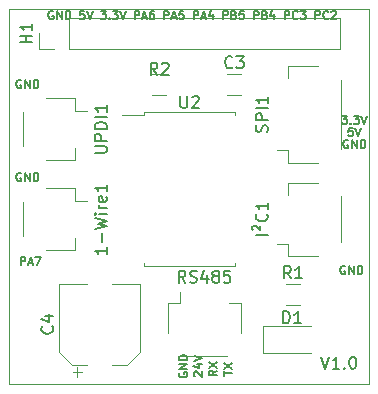
<source format=gbr>
G04 #@! TF.GenerationSoftware,KiCad,Pcbnew,(5.1.5)-3*
G04 #@! TF.CreationDate,2020-04-20T18:44:57+02:00*
G04 #@! TF.ProjectId,RS485-Modbus-Tiny-Sensor-Module,52533438-352d-44d6-9f64-6275732d5469,rev?*
G04 #@! TF.SameCoordinates,Original*
G04 #@! TF.FileFunction,Legend,Top*
G04 #@! TF.FilePolarity,Positive*
%FSLAX46Y46*%
G04 Gerber Fmt 4.6, Leading zero omitted, Abs format (unit mm)*
G04 Created by KiCad (PCBNEW (5.1.5)-3) date 2020-04-20 18:44:57*
%MOMM*%
%LPD*%
G04 APERTURE LIST*
%ADD10C,0.150000*%
%ADD11C,0.050000*%
%ADD12C,0.120000*%
G04 APERTURE END LIST*
D10*
X209296190Y-113244380D02*
X209629523Y-114244380D01*
X209962857Y-113244380D01*
X210820000Y-114244380D02*
X210248571Y-114244380D01*
X210534285Y-114244380D02*
X210534285Y-113244380D01*
X210439047Y-113387238D01*
X210343809Y-113482476D01*
X210248571Y-113530095D01*
X211248571Y-114149142D02*
X211296190Y-114196761D01*
X211248571Y-114244380D01*
X211200952Y-114196761D01*
X211248571Y-114149142D01*
X211248571Y-114244380D01*
X211915238Y-113244380D02*
X212010476Y-113244380D01*
X212105714Y-113292000D01*
X212153333Y-113339619D01*
X212200952Y-113434857D01*
X212248571Y-113625333D01*
X212248571Y-113863428D01*
X212200952Y-114053904D01*
X212153333Y-114149142D01*
X212105714Y-114196761D01*
X212010476Y-114244380D01*
X211915238Y-114244380D01*
X211820000Y-114196761D01*
X211772380Y-114149142D01*
X211724761Y-114053904D01*
X211677142Y-113863428D01*
X211677142Y-113625333D01*
X211724761Y-113434857D01*
X211772380Y-113339619D01*
X211820000Y-113292000D01*
X211915238Y-113244380D01*
X183841333Y-105472666D02*
X183841333Y-104772666D01*
X184108000Y-104772666D01*
X184174666Y-104806000D01*
X184208000Y-104839333D01*
X184241333Y-104906000D01*
X184241333Y-105006000D01*
X184208000Y-105072666D01*
X184174666Y-105106000D01*
X184108000Y-105139333D01*
X183841333Y-105139333D01*
X184508000Y-105272666D02*
X184841333Y-105272666D01*
X184441333Y-105472666D02*
X184674666Y-104772666D01*
X184908000Y-105472666D01*
X185074666Y-104772666D02*
X185541333Y-104772666D01*
X185241333Y-105472666D01*
X211056666Y-92834666D02*
X211490000Y-92834666D01*
X211256666Y-93101333D01*
X211356666Y-93101333D01*
X211423333Y-93134666D01*
X211456666Y-93168000D01*
X211490000Y-93234666D01*
X211490000Y-93401333D01*
X211456666Y-93468000D01*
X211423333Y-93501333D01*
X211356666Y-93534666D01*
X211156666Y-93534666D01*
X211090000Y-93501333D01*
X211056666Y-93468000D01*
X211790000Y-93468000D02*
X211823333Y-93501333D01*
X211790000Y-93534666D01*
X211756666Y-93501333D01*
X211790000Y-93468000D01*
X211790000Y-93534666D01*
X212056666Y-92834666D02*
X212490000Y-92834666D01*
X212256666Y-93101333D01*
X212356666Y-93101333D01*
X212423333Y-93134666D01*
X212456666Y-93168000D01*
X212490000Y-93234666D01*
X212490000Y-93401333D01*
X212456666Y-93468000D01*
X212423333Y-93501333D01*
X212356666Y-93534666D01*
X212156666Y-93534666D01*
X212090000Y-93501333D01*
X212056666Y-93468000D01*
X212690000Y-92834666D02*
X212923333Y-93534666D01*
X213156666Y-92834666D01*
X211956666Y-93850666D02*
X211623333Y-93850666D01*
X211590000Y-94184000D01*
X211623333Y-94150666D01*
X211690000Y-94117333D01*
X211856666Y-94117333D01*
X211923333Y-94150666D01*
X211956666Y-94184000D01*
X211990000Y-94250666D01*
X211990000Y-94417333D01*
X211956666Y-94484000D01*
X211923333Y-94517333D01*
X211856666Y-94550666D01*
X211690000Y-94550666D01*
X211623333Y-94517333D01*
X211590000Y-94484000D01*
X212190000Y-93850666D02*
X212423333Y-94550666D01*
X212656666Y-93850666D01*
X211556666Y-94900000D02*
X211490000Y-94866666D01*
X211390000Y-94866666D01*
X211290000Y-94900000D01*
X211223333Y-94966666D01*
X211190000Y-95033333D01*
X211156666Y-95166666D01*
X211156666Y-95266666D01*
X211190000Y-95400000D01*
X211223333Y-95466666D01*
X211290000Y-95533333D01*
X211390000Y-95566666D01*
X211456666Y-95566666D01*
X211556666Y-95533333D01*
X211590000Y-95500000D01*
X211590000Y-95266666D01*
X211456666Y-95266666D01*
X211890000Y-95566666D02*
X211890000Y-94866666D01*
X212290000Y-95566666D01*
X212290000Y-94866666D01*
X212623333Y-95566666D02*
X212623333Y-94866666D01*
X212790000Y-94866666D01*
X212890000Y-94900000D01*
X212956666Y-94966666D01*
X212990000Y-95033333D01*
X213023333Y-95166666D01*
X213023333Y-95266666D01*
X212990000Y-95400000D01*
X212956666Y-95466666D01*
X212890000Y-95533333D01*
X212790000Y-95566666D01*
X212623333Y-95566666D01*
X183870666Y-89820000D02*
X183804000Y-89786666D01*
X183704000Y-89786666D01*
X183604000Y-89820000D01*
X183537333Y-89886666D01*
X183504000Y-89953333D01*
X183470666Y-90086666D01*
X183470666Y-90186666D01*
X183504000Y-90320000D01*
X183537333Y-90386666D01*
X183604000Y-90453333D01*
X183704000Y-90486666D01*
X183770666Y-90486666D01*
X183870666Y-90453333D01*
X183904000Y-90420000D01*
X183904000Y-90186666D01*
X183770666Y-90186666D01*
X184204000Y-90486666D02*
X184204000Y-89786666D01*
X184604000Y-90486666D01*
X184604000Y-89786666D01*
X184937333Y-90486666D02*
X184937333Y-89786666D01*
X185104000Y-89786666D01*
X185204000Y-89820000D01*
X185270666Y-89886666D01*
X185304000Y-89953333D01*
X185337333Y-90086666D01*
X185337333Y-90186666D01*
X185304000Y-90320000D01*
X185270666Y-90386666D01*
X185204000Y-90453333D01*
X185104000Y-90486666D01*
X184937333Y-90486666D01*
X211302666Y-105568000D02*
X211236000Y-105534666D01*
X211136000Y-105534666D01*
X211036000Y-105568000D01*
X210969333Y-105634666D01*
X210936000Y-105701333D01*
X210902666Y-105834666D01*
X210902666Y-105934666D01*
X210936000Y-106068000D01*
X210969333Y-106134666D01*
X211036000Y-106201333D01*
X211136000Y-106234666D01*
X211202666Y-106234666D01*
X211302666Y-106201333D01*
X211336000Y-106168000D01*
X211336000Y-105934666D01*
X211202666Y-105934666D01*
X211636000Y-106234666D02*
X211636000Y-105534666D01*
X212036000Y-106234666D01*
X212036000Y-105534666D01*
X212369333Y-106234666D02*
X212369333Y-105534666D01*
X212536000Y-105534666D01*
X212636000Y-105568000D01*
X212702666Y-105634666D01*
X212736000Y-105701333D01*
X212769333Y-105834666D01*
X212769333Y-105934666D01*
X212736000Y-106068000D01*
X212702666Y-106134666D01*
X212636000Y-106201333D01*
X212536000Y-106234666D01*
X212369333Y-106234666D01*
X183870666Y-97694000D02*
X183804000Y-97660666D01*
X183704000Y-97660666D01*
X183604000Y-97694000D01*
X183537333Y-97760666D01*
X183504000Y-97827333D01*
X183470666Y-97960666D01*
X183470666Y-98060666D01*
X183504000Y-98194000D01*
X183537333Y-98260666D01*
X183604000Y-98327333D01*
X183704000Y-98360666D01*
X183770666Y-98360666D01*
X183870666Y-98327333D01*
X183904000Y-98294000D01*
X183904000Y-98060666D01*
X183770666Y-98060666D01*
X184204000Y-98360666D02*
X184204000Y-97660666D01*
X184604000Y-98360666D01*
X184604000Y-97660666D01*
X184937333Y-98360666D02*
X184937333Y-97660666D01*
X185104000Y-97660666D01*
X185204000Y-97694000D01*
X185270666Y-97760666D01*
X185304000Y-97827333D01*
X185337333Y-97960666D01*
X185337333Y-98060666D01*
X185304000Y-98194000D01*
X185270666Y-98260666D01*
X185204000Y-98327333D01*
X185104000Y-98360666D01*
X184937333Y-98360666D01*
X186590666Y-83978000D02*
X186524000Y-83944666D01*
X186424000Y-83944666D01*
X186324000Y-83978000D01*
X186257333Y-84044666D01*
X186224000Y-84111333D01*
X186190666Y-84244666D01*
X186190666Y-84344666D01*
X186224000Y-84478000D01*
X186257333Y-84544666D01*
X186324000Y-84611333D01*
X186424000Y-84644666D01*
X186490666Y-84644666D01*
X186590666Y-84611333D01*
X186624000Y-84578000D01*
X186624000Y-84344666D01*
X186490666Y-84344666D01*
X186924000Y-84644666D02*
X186924000Y-83944666D01*
X187324000Y-84644666D01*
X187324000Y-83944666D01*
X187657333Y-84644666D02*
X187657333Y-83944666D01*
X187824000Y-83944666D01*
X187924000Y-83978000D01*
X187990666Y-84044666D01*
X188024000Y-84111333D01*
X188057333Y-84244666D01*
X188057333Y-84344666D01*
X188024000Y-84478000D01*
X187990666Y-84544666D01*
X187924000Y-84611333D01*
X187824000Y-84644666D01*
X187657333Y-84644666D01*
X189224000Y-83944666D02*
X188890666Y-83944666D01*
X188857333Y-84278000D01*
X188890666Y-84244666D01*
X188957333Y-84211333D01*
X189124000Y-84211333D01*
X189190666Y-84244666D01*
X189224000Y-84278000D01*
X189257333Y-84344666D01*
X189257333Y-84511333D01*
X189224000Y-84578000D01*
X189190666Y-84611333D01*
X189124000Y-84644666D01*
X188957333Y-84644666D01*
X188890666Y-84611333D01*
X188857333Y-84578000D01*
X189457333Y-83944666D02*
X189690666Y-84644666D01*
X189924000Y-83944666D01*
X190624000Y-83944666D02*
X191057333Y-83944666D01*
X190824000Y-84211333D01*
X190924000Y-84211333D01*
X190990666Y-84244666D01*
X191024000Y-84278000D01*
X191057333Y-84344666D01*
X191057333Y-84511333D01*
X191024000Y-84578000D01*
X190990666Y-84611333D01*
X190924000Y-84644666D01*
X190724000Y-84644666D01*
X190657333Y-84611333D01*
X190624000Y-84578000D01*
X191357333Y-84578000D02*
X191390666Y-84611333D01*
X191357333Y-84644666D01*
X191324000Y-84611333D01*
X191357333Y-84578000D01*
X191357333Y-84644666D01*
X191624000Y-83944666D02*
X192057333Y-83944666D01*
X191824000Y-84211333D01*
X191924000Y-84211333D01*
X191990666Y-84244666D01*
X192024000Y-84278000D01*
X192057333Y-84344666D01*
X192057333Y-84511333D01*
X192024000Y-84578000D01*
X191990666Y-84611333D01*
X191924000Y-84644666D01*
X191724000Y-84644666D01*
X191657333Y-84611333D01*
X191624000Y-84578000D01*
X192257333Y-83944666D02*
X192490666Y-84644666D01*
X192724000Y-83944666D01*
X193490666Y-84644666D02*
X193490666Y-83944666D01*
X193757333Y-83944666D01*
X193824000Y-83978000D01*
X193857333Y-84011333D01*
X193890666Y-84078000D01*
X193890666Y-84178000D01*
X193857333Y-84244666D01*
X193824000Y-84278000D01*
X193757333Y-84311333D01*
X193490666Y-84311333D01*
X194157333Y-84444666D02*
X194490666Y-84444666D01*
X194090666Y-84644666D02*
X194324000Y-83944666D01*
X194557333Y-84644666D01*
X195090666Y-83944666D02*
X194957333Y-83944666D01*
X194890666Y-83978000D01*
X194857333Y-84011333D01*
X194790666Y-84111333D01*
X194757333Y-84244666D01*
X194757333Y-84511333D01*
X194790666Y-84578000D01*
X194824000Y-84611333D01*
X194890666Y-84644666D01*
X195024000Y-84644666D01*
X195090666Y-84611333D01*
X195124000Y-84578000D01*
X195157333Y-84511333D01*
X195157333Y-84344666D01*
X195124000Y-84278000D01*
X195090666Y-84244666D01*
X195024000Y-84211333D01*
X194890666Y-84211333D01*
X194824000Y-84244666D01*
X194790666Y-84278000D01*
X194757333Y-84344666D01*
X195990666Y-84644666D02*
X195990666Y-83944666D01*
X196257333Y-83944666D01*
X196324000Y-83978000D01*
X196357333Y-84011333D01*
X196390666Y-84078000D01*
X196390666Y-84178000D01*
X196357333Y-84244666D01*
X196324000Y-84278000D01*
X196257333Y-84311333D01*
X195990666Y-84311333D01*
X196657333Y-84444666D02*
X196990666Y-84444666D01*
X196590666Y-84644666D02*
X196824000Y-83944666D01*
X197057333Y-84644666D01*
X197624000Y-83944666D02*
X197290666Y-83944666D01*
X197257333Y-84278000D01*
X197290666Y-84244666D01*
X197357333Y-84211333D01*
X197524000Y-84211333D01*
X197590666Y-84244666D01*
X197624000Y-84278000D01*
X197657333Y-84344666D01*
X197657333Y-84511333D01*
X197624000Y-84578000D01*
X197590666Y-84611333D01*
X197524000Y-84644666D01*
X197357333Y-84644666D01*
X197290666Y-84611333D01*
X197257333Y-84578000D01*
X198490666Y-84644666D02*
X198490666Y-83944666D01*
X198757333Y-83944666D01*
X198824000Y-83978000D01*
X198857333Y-84011333D01*
X198890666Y-84078000D01*
X198890666Y-84178000D01*
X198857333Y-84244666D01*
X198824000Y-84278000D01*
X198757333Y-84311333D01*
X198490666Y-84311333D01*
X199157333Y-84444666D02*
X199490666Y-84444666D01*
X199090666Y-84644666D02*
X199324000Y-83944666D01*
X199557333Y-84644666D01*
X200090666Y-84178000D02*
X200090666Y-84644666D01*
X199924000Y-83911333D02*
X199757333Y-84411333D01*
X200190666Y-84411333D01*
X200990666Y-84644666D02*
X200990666Y-83944666D01*
X201257333Y-83944666D01*
X201324000Y-83978000D01*
X201357333Y-84011333D01*
X201390666Y-84078000D01*
X201390666Y-84178000D01*
X201357333Y-84244666D01*
X201324000Y-84278000D01*
X201257333Y-84311333D01*
X200990666Y-84311333D01*
X201924000Y-84278000D02*
X202024000Y-84311333D01*
X202057333Y-84344666D01*
X202090666Y-84411333D01*
X202090666Y-84511333D01*
X202057333Y-84578000D01*
X202024000Y-84611333D01*
X201957333Y-84644666D01*
X201690666Y-84644666D01*
X201690666Y-83944666D01*
X201924000Y-83944666D01*
X201990666Y-83978000D01*
X202024000Y-84011333D01*
X202057333Y-84078000D01*
X202057333Y-84144666D01*
X202024000Y-84211333D01*
X201990666Y-84244666D01*
X201924000Y-84278000D01*
X201690666Y-84278000D01*
X202724000Y-83944666D02*
X202390666Y-83944666D01*
X202357333Y-84278000D01*
X202390666Y-84244666D01*
X202457333Y-84211333D01*
X202624000Y-84211333D01*
X202690666Y-84244666D01*
X202724000Y-84278000D01*
X202757333Y-84344666D01*
X202757333Y-84511333D01*
X202724000Y-84578000D01*
X202690666Y-84611333D01*
X202624000Y-84644666D01*
X202457333Y-84644666D01*
X202390666Y-84611333D01*
X202357333Y-84578000D01*
X203590666Y-84644666D02*
X203590666Y-83944666D01*
X203857333Y-83944666D01*
X203924000Y-83978000D01*
X203957333Y-84011333D01*
X203990666Y-84078000D01*
X203990666Y-84178000D01*
X203957333Y-84244666D01*
X203924000Y-84278000D01*
X203857333Y-84311333D01*
X203590666Y-84311333D01*
X204524000Y-84278000D02*
X204624000Y-84311333D01*
X204657333Y-84344666D01*
X204690666Y-84411333D01*
X204690666Y-84511333D01*
X204657333Y-84578000D01*
X204624000Y-84611333D01*
X204557333Y-84644666D01*
X204290666Y-84644666D01*
X204290666Y-83944666D01*
X204524000Y-83944666D01*
X204590666Y-83978000D01*
X204624000Y-84011333D01*
X204657333Y-84078000D01*
X204657333Y-84144666D01*
X204624000Y-84211333D01*
X204590666Y-84244666D01*
X204524000Y-84278000D01*
X204290666Y-84278000D01*
X205290666Y-84178000D02*
X205290666Y-84644666D01*
X205124000Y-83911333D02*
X204957333Y-84411333D01*
X205390666Y-84411333D01*
X206190666Y-84644666D02*
X206190666Y-83944666D01*
X206457333Y-83944666D01*
X206524000Y-83978000D01*
X206557333Y-84011333D01*
X206590666Y-84078000D01*
X206590666Y-84178000D01*
X206557333Y-84244666D01*
X206524000Y-84278000D01*
X206457333Y-84311333D01*
X206190666Y-84311333D01*
X207290666Y-84578000D02*
X207257333Y-84611333D01*
X207157333Y-84644666D01*
X207090666Y-84644666D01*
X206990666Y-84611333D01*
X206924000Y-84544666D01*
X206890666Y-84478000D01*
X206857333Y-84344666D01*
X206857333Y-84244666D01*
X206890666Y-84111333D01*
X206924000Y-84044666D01*
X206990666Y-83978000D01*
X207090666Y-83944666D01*
X207157333Y-83944666D01*
X207257333Y-83978000D01*
X207290666Y-84011333D01*
X207524000Y-83944666D02*
X207957333Y-83944666D01*
X207724000Y-84211333D01*
X207824000Y-84211333D01*
X207890666Y-84244666D01*
X207924000Y-84278000D01*
X207957333Y-84344666D01*
X207957333Y-84511333D01*
X207924000Y-84578000D01*
X207890666Y-84611333D01*
X207824000Y-84644666D01*
X207624000Y-84644666D01*
X207557333Y-84611333D01*
X207524000Y-84578000D01*
X208790666Y-84644666D02*
X208790666Y-83944666D01*
X209057333Y-83944666D01*
X209124000Y-83978000D01*
X209157333Y-84011333D01*
X209190666Y-84078000D01*
X209190666Y-84178000D01*
X209157333Y-84244666D01*
X209124000Y-84278000D01*
X209057333Y-84311333D01*
X208790666Y-84311333D01*
X209890666Y-84578000D02*
X209857333Y-84611333D01*
X209757333Y-84644666D01*
X209690666Y-84644666D01*
X209590666Y-84611333D01*
X209524000Y-84544666D01*
X209490666Y-84478000D01*
X209457333Y-84344666D01*
X209457333Y-84244666D01*
X209490666Y-84111333D01*
X209524000Y-84044666D01*
X209590666Y-83978000D01*
X209690666Y-83944666D01*
X209757333Y-83944666D01*
X209857333Y-83978000D01*
X209890666Y-84011333D01*
X210157333Y-84011333D02*
X210190666Y-83978000D01*
X210257333Y-83944666D01*
X210424000Y-83944666D01*
X210490666Y-83978000D01*
X210524000Y-84011333D01*
X210557333Y-84078000D01*
X210557333Y-84144666D01*
X210524000Y-84244666D01*
X210124000Y-84644666D01*
X210557333Y-84644666D01*
X197262000Y-114579333D02*
X197228666Y-114646000D01*
X197228666Y-114746000D01*
X197262000Y-114846000D01*
X197328666Y-114912666D01*
X197395333Y-114946000D01*
X197528666Y-114979333D01*
X197628666Y-114979333D01*
X197762000Y-114946000D01*
X197828666Y-114912666D01*
X197895333Y-114846000D01*
X197928666Y-114746000D01*
X197928666Y-114679333D01*
X197895333Y-114579333D01*
X197862000Y-114546000D01*
X197628666Y-114546000D01*
X197628666Y-114679333D01*
X197928666Y-114246000D02*
X197228666Y-114246000D01*
X197928666Y-113846000D01*
X197228666Y-113846000D01*
X197928666Y-113512666D02*
X197228666Y-113512666D01*
X197228666Y-113346000D01*
X197262000Y-113246000D01*
X197328666Y-113179333D01*
X197395333Y-113146000D01*
X197528666Y-113112666D01*
X197628666Y-113112666D01*
X197762000Y-113146000D01*
X197828666Y-113179333D01*
X197895333Y-113246000D01*
X197928666Y-113346000D01*
X197928666Y-113512666D01*
X198565333Y-114879333D02*
X198532000Y-114846000D01*
X198498666Y-114779333D01*
X198498666Y-114612666D01*
X198532000Y-114546000D01*
X198565333Y-114512666D01*
X198632000Y-114479333D01*
X198698666Y-114479333D01*
X198798666Y-114512666D01*
X199198666Y-114912666D01*
X199198666Y-114479333D01*
X198732000Y-113879333D02*
X199198666Y-113879333D01*
X198465333Y-114046000D02*
X198965333Y-114212666D01*
X198965333Y-113779333D01*
X198498666Y-113612666D02*
X199198666Y-113379333D01*
X198498666Y-113146000D01*
X201038666Y-114833333D02*
X201038666Y-114433333D01*
X201738666Y-114633333D02*
X201038666Y-114633333D01*
X201038666Y-114266666D02*
X201738666Y-113800000D01*
X201038666Y-113800000D02*
X201738666Y-114266666D01*
X200468666Y-114416666D02*
X200135333Y-114650000D01*
X200468666Y-114816666D02*
X199768666Y-114816666D01*
X199768666Y-114550000D01*
X199802000Y-114483333D01*
X199835333Y-114450000D01*
X199902000Y-114416666D01*
X200002000Y-114416666D01*
X200068666Y-114450000D01*
X200102000Y-114483333D01*
X200135333Y-114550000D01*
X200135333Y-114816666D01*
X199768666Y-114183333D02*
X200468666Y-113716666D01*
X199768666Y-113716666D02*
X200468666Y-114183333D01*
D11*
X213360000Y-115570000D02*
X182880000Y-115570000D01*
X213360000Y-83820000D02*
X213360000Y-115570000D01*
X182880000Y-83820000D02*
X213360000Y-83820000D01*
X182880000Y-115570000D02*
X182880000Y-83820000D01*
D12*
X184005000Y-92540000D02*
X184005000Y-95420000D01*
X188475000Y-96590000D02*
X188475000Y-95540000D01*
X185975000Y-96590000D02*
X188475000Y-96590000D01*
X188475000Y-92420000D02*
X189465000Y-92420000D01*
X188475000Y-91370000D02*
X188475000Y-92420000D01*
X185975000Y-91370000D02*
X188475000Y-91370000D01*
X197450000Y-113175000D02*
X201330000Y-113175000D01*
X202500000Y-108705000D02*
X201450000Y-108705000D01*
X202500000Y-111205000D02*
X202500000Y-108705000D01*
X197330000Y-108705000D02*
X197330000Y-107715000D01*
X196280000Y-108705000D02*
X197330000Y-108705000D01*
X196280000Y-111205000D02*
X196280000Y-108705000D01*
X198120000Y-105570000D02*
X201980000Y-105570000D01*
X201980000Y-105570000D02*
X201980000Y-105335000D01*
X198120000Y-105570000D02*
X194260000Y-105570000D01*
X194260000Y-105570000D02*
X194260000Y-105335000D01*
X198120000Y-92550000D02*
X201980000Y-92550000D01*
X201980000Y-92550000D02*
X201980000Y-92785000D01*
X198120000Y-92550000D02*
X194260000Y-92550000D01*
X194260000Y-92550000D02*
X194260000Y-92785000D01*
X194260000Y-92785000D02*
X192445000Y-92785000D01*
X210965000Y-95650000D02*
X210965000Y-89770000D01*
X206495000Y-88600000D02*
X206495000Y-89650000D01*
X208995000Y-88600000D02*
X206495000Y-88600000D01*
X206495000Y-95770000D02*
X205505000Y-95770000D01*
X206495000Y-96820000D02*
X206495000Y-95770000D01*
X208995000Y-96820000D02*
X206495000Y-96820000D01*
X210965000Y-103540000D02*
X210965000Y-99660000D01*
X206495000Y-98490000D02*
X206495000Y-99540000D01*
X208995000Y-98490000D02*
X206495000Y-98490000D01*
X206495000Y-103660000D02*
X205505000Y-103660000D01*
X206495000Y-104710000D02*
X206495000Y-103660000D01*
X208995000Y-104710000D02*
X206495000Y-104710000D01*
X184005000Y-100160000D02*
X184005000Y-103040000D01*
X188475000Y-104210000D02*
X188475000Y-103160000D01*
X185975000Y-104210000D02*
X188475000Y-104210000D01*
X188475000Y-100040000D02*
X189465000Y-100040000D01*
X188475000Y-98990000D02*
X188475000Y-100040000D01*
X185975000Y-98990000D02*
X188475000Y-98990000D01*
X185360000Y-87182000D02*
X185360000Y-85852000D01*
X186690000Y-87182000D02*
X185360000Y-87182000D01*
X187960000Y-87182000D02*
X187960000Y-84522000D01*
X187960000Y-84522000D02*
X210880000Y-84522000D01*
X187960000Y-87182000D02*
X210880000Y-87182000D01*
X210880000Y-87182000D02*
X210880000Y-84522000D01*
X196182064Y-89260000D02*
X194977936Y-89260000D01*
X196182064Y-91080000D02*
X194977936Y-91080000D01*
X188258750Y-114533750D02*
X189046250Y-114533750D01*
X188652500Y-114927500D02*
X188652500Y-114140000D01*
X192845563Y-113900000D02*
X193910000Y-112835563D01*
X188154437Y-113900000D02*
X187090000Y-112835563D01*
X188154437Y-113900000D02*
X189440000Y-113900000D01*
X192845563Y-113900000D02*
X191560000Y-113900000D01*
X193910000Y-112835563D02*
X193910000Y-107080000D01*
X187090000Y-112835563D02*
X187090000Y-107080000D01*
X187090000Y-107080000D02*
X189440000Y-107080000D01*
X193910000Y-107080000D02*
X191560000Y-107080000D01*
X201327936Y-91080000D02*
X202532064Y-91080000D01*
X201327936Y-89260000D02*
X202532064Y-89260000D01*
X206277936Y-108860000D02*
X207482064Y-108860000D01*
X206277936Y-107040000D02*
X207482064Y-107040000D01*
X204332500Y-112895000D02*
X208392500Y-112895000D01*
X204332500Y-110625000D02*
X204332500Y-112895000D01*
X208392500Y-110625000D02*
X204332500Y-110625000D01*
D10*
X190122380Y-95980000D02*
X190931904Y-95980000D01*
X191027142Y-95932380D01*
X191074761Y-95884761D01*
X191122380Y-95789523D01*
X191122380Y-95599047D01*
X191074761Y-95503809D01*
X191027142Y-95456190D01*
X190931904Y-95408571D01*
X190122380Y-95408571D01*
X191122380Y-94932380D02*
X190122380Y-94932380D01*
X190122380Y-94551428D01*
X190170000Y-94456190D01*
X190217619Y-94408571D01*
X190312857Y-94360952D01*
X190455714Y-94360952D01*
X190550952Y-94408571D01*
X190598571Y-94456190D01*
X190646190Y-94551428D01*
X190646190Y-94932380D01*
X191122380Y-93932380D02*
X190122380Y-93932380D01*
X190122380Y-93694285D01*
X190170000Y-93551428D01*
X190265238Y-93456190D01*
X190360476Y-93408571D01*
X190550952Y-93360952D01*
X190693809Y-93360952D01*
X190884285Y-93408571D01*
X190979523Y-93456190D01*
X191074761Y-93551428D01*
X191122380Y-93694285D01*
X191122380Y-93932380D01*
X191122380Y-92932380D02*
X190122380Y-92932380D01*
X191122380Y-91932380D02*
X191122380Y-92503809D01*
X191122380Y-92218095D02*
X190122380Y-92218095D01*
X190265238Y-92313333D01*
X190360476Y-92408571D01*
X190408095Y-92503809D01*
X197794761Y-106962380D02*
X197461428Y-106486190D01*
X197223333Y-106962380D02*
X197223333Y-105962380D01*
X197604285Y-105962380D01*
X197699523Y-106010000D01*
X197747142Y-106057619D01*
X197794761Y-106152857D01*
X197794761Y-106295714D01*
X197747142Y-106390952D01*
X197699523Y-106438571D01*
X197604285Y-106486190D01*
X197223333Y-106486190D01*
X198175714Y-106914761D02*
X198318571Y-106962380D01*
X198556666Y-106962380D01*
X198651904Y-106914761D01*
X198699523Y-106867142D01*
X198747142Y-106771904D01*
X198747142Y-106676666D01*
X198699523Y-106581428D01*
X198651904Y-106533809D01*
X198556666Y-106486190D01*
X198366190Y-106438571D01*
X198270952Y-106390952D01*
X198223333Y-106343333D01*
X198175714Y-106248095D01*
X198175714Y-106152857D01*
X198223333Y-106057619D01*
X198270952Y-106010000D01*
X198366190Y-105962380D01*
X198604285Y-105962380D01*
X198747142Y-106010000D01*
X199604285Y-106295714D02*
X199604285Y-106962380D01*
X199366190Y-105914761D02*
X199128095Y-106629047D01*
X199747142Y-106629047D01*
X200270952Y-106390952D02*
X200175714Y-106343333D01*
X200128095Y-106295714D01*
X200080476Y-106200476D01*
X200080476Y-106152857D01*
X200128095Y-106057619D01*
X200175714Y-106010000D01*
X200270952Y-105962380D01*
X200461428Y-105962380D01*
X200556666Y-106010000D01*
X200604285Y-106057619D01*
X200651904Y-106152857D01*
X200651904Y-106200476D01*
X200604285Y-106295714D01*
X200556666Y-106343333D01*
X200461428Y-106390952D01*
X200270952Y-106390952D01*
X200175714Y-106438571D01*
X200128095Y-106486190D01*
X200080476Y-106581428D01*
X200080476Y-106771904D01*
X200128095Y-106867142D01*
X200175714Y-106914761D01*
X200270952Y-106962380D01*
X200461428Y-106962380D01*
X200556666Y-106914761D01*
X200604285Y-106867142D01*
X200651904Y-106771904D01*
X200651904Y-106581428D01*
X200604285Y-106486190D01*
X200556666Y-106438571D01*
X200461428Y-106390952D01*
X201556666Y-105962380D02*
X201080476Y-105962380D01*
X201032857Y-106438571D01*
X201080476Y-106390952D01*
X201175714Y-106343333D01*
X201413809Y-106343333D01*
X201509047Y-106390952D01*
X201556666Y-106438571D01*
X201604285Y-106533809D01*
X201604285Y-106771904D01*
X201556666Y-106867142D01*
X201509047Y-106914761D01*
X201413809Y-106962380D01*
X201175714Y-106962380D01*
X201080476Y-106914761D01*
X201032857Y-106867142D01*
X197358095Y-91162380D02*
X197358095Y-91971904D01*
X197405714Y-92067142D01*
X197453333Y-92114761D01*
X197548571Y-92162380D01*
X197739047Y-92162380D01*
X197834285Y-92114761D01*
X197881904Y-92067142D01*
X197929523Y-91971904D01*
X197929523Y-91162380D01*
X198358095Y-91257619D02*
X198405714Y-91210000D01*
X198500952Y-91162380D01*
X198739047Y-91162380D01*
X198834285Y-91210000D01*
X198881904Y-91257619D01*
X198929523Y-91352857D01*
X198929523Y-91448095D01*
X198881904Y-91590952D01*
X198310476Y-92162380D01*
X198929523Y-92162380D01*
X204704761Y-94210000D02*
X204752380Y-94067142D01*
X204752380Y-93829047D01*
X204704761Y-93733809D01*
X204657142Y-93686190D01*
X204561904Y-93638571D01*
X204466666Y-93638571D01*
X204371428Y-93686190D01*
X204323809Y-93733809D01*
X204276190Y-93829047D01*
X204228571Y-94019523D01*
X204180952Y-94114761D01*
X204133333Y-94162380D01*
X204038095Y-94210000D01*
X203942857Y-94210000D01*
X203847619Y-94162380D01*
X203800000Y-94114761D01*
X203752380Y-94019523D01*
X203752380Y-93781428D01*
X203800000Y-93638571D01*
X204752380Y-93210000D02*
X203752380Y-93210000D01*
X203752380Y-92829047D01*
X203800000Y-92733809D01*
X203847619Y-92686190D01*
X203942857Y-92638571D01*
X204085714Y-92638571D01*
X204180952Y-92686190D01*
X204228571Y-92733809D01*
X204276190Y-92829047D01*
X204276190Y-93210000D01*
X204752380Y-92210000D02*
X203752380Y-92210000D01*
X204752380Y-91210000D02*
X204752380Y-91781428D01*
X204752380Y-91495714D02*
X203752380Y-91495714D01*
X203895238Y-91590952D01*
X203990476Y-91686190D01*
X204038095Y-91781428D01*
X204752380Y-102957142D02*
X203752380Y-102957142D01*
X203514285Y-102528571D02*
X203466666Y-102433333D01*
X203466666Y-102290476D01*
X203514285Y-102195238D01*
X203609523Y-102147619D01*
X203704761Y-102147619D01*
X203800000Y-102195238D01*
X204133333Y-102528571D01*
X204133333Y-102147619D01*
X204657142Y-101147619D02*
X204704761Y-101195238D01*
X204752380Y-101338095D01*
X204752380Y-101433333D01*
X204704761Y-101576190D01*
X204609523Y-101671428D01*
X204514285Y-101719047D01*
X204323809Y-101766666D01*
X204180952Y-101766666D01*
X203990476Y-101719047D01*
X203895238Y-101671428D01*
X203800000Y-101576190D01*
X203752380Y-101433333D01*
X203752380Y-101338095D01*
X203800000Y-101195238D01*
X203847619Y-101147619D01*
X204752380Y-100195238D02*
X204752380Y-100766666D01*
X204752380Y-100480952D02*
X203752380Y-100480952D01*
X203895238Y-100576190D01*
X203990476Y-100671428D01*
X204038095Y-100766666D01*
X191122380Y-103957142D02*
X191122380Y-104528571D01*
X191122380Y-104242857D02*
X190122380Y-104242857D01*
X190265238Y-104338095D01*
X190360476Y-104433333D01*
X190408095Y-104528571D01*
X190741428Y-103528571D02*
X190741428Y-102766666D01*
X190122380Y-102385714D02*
X191122380Y-102147619D01*
X190408095Y-101957142D01*
X191122380Y-101766666D01*
X190122380Y-101528571D01*
X191122380Y-101147619D02*
X190455714Y-101147619D01*
X190122380Y-101147619D02*
X190170000Y-101195238D01*
X190217619Y-101147619D01*
X190170000Y-101100000D01*
X190122380Y-101147619D01*
X190217619Y-101147619D01*
X191122380Y-100671428D02*
X190455714Y-100671428D01*
X190646190Y-100671428D02*
X190550952Y-100623809D01*
X190503333Y-100576190D01*
X190455714Y-100480952D01*
X190455714Y-100385714D01*
X191074761Y-99671428D02*
X191122380Y-99766666D01*
X191122380Y-99957142D01*
X191074761Y-100052380D01*
X190979523Y-100100000D01*
X190598571Y-100100000D01*
X190503333Y-100052380D01*
X190455714Y-99957142D01*
X190455714Y-99766666D01*
X190503333Y-99671428D01*
X190598571Y-99623809D01*
X190693809Y-99623809D01*
X190789047Y-100100000D01*
X191122380Y-98671428D02*
X191122380Y-99242857D01*
X191122380Y-98957142D02*
X190122380Y-98957142D01*
X190265238Y-99052380D01*
X190360476Y-99147619D01*
X190408095Y-99242857D01*
X184812380Y-86613904D02*
X183812380Y-86613904D01*
X184288571Y-86613904D02*
X184288571Y-86042476D01*
X184812380Y-86042476D02*
X183812380Y-86042476D01*
X184812380Y-85042476D02*
X184812380Y-85613904D01*
X184812380Y-85328190D02*
X183812380Y-85328190D01*
X183955238Y-85423428D01*
X184050476Y-85518666D01*
X184098095Y-85613904D01*
X195413333Y-89352380D02*
X195080000Y-88876190D01*
X194841904Y-89352380D02*
X194841904Y-88352380D01*
X195222857Y-88352380D01*
X195318095Y-88400000D01*
X195365714Y-88447619D01*
X195413333Y-88542857D01*
X195413333Y-88685714D01*
X195365714Y-88780952D01*
X195318095Y-88828571D01*
X195222857Y-88876190D01*
X194841904Y-88876190D01*
X195794285Y-88447619D02*
X195841904Y-88400000D01*
X195937142Y-88352380D01*
X196175238Y-88352380D01*
X196270476Y-88400000D01*
X196318095Y-88447619D01*
X196365714Y-88542857D01*
X196365714Y-88638095D01*
X196318095Y-88780952D01*
X195746666Y-89352380D01*
X196365714Y-89352380D01*
X186507142Y-110656666D02*
X186554761Y-110704285D01*
X186602380Y-110847142D01*
X186602380Y-110942380D01*
X186554761Y-111085238D01*
X186459523Y-111180476D01*
X186364285Y-111228095D01*
X186173809Y-111275714D01*
X186030952Y-111275714D01*
X185840476Y-111228095D01*
X185745238Y-111180476D01*
X185650000Y-111085238D01*
X185602380Y-110942380D01*
X185602380Y-110847142D01*
X185650000Y-110704285D01*
X185697619Y-110656666D01*
X185935714Y-109799523D02*
X186602380Y-109799523D01*
X185554761Y-110037619D02*
X186269047Y-110275714D01*
X186269047Y-109656666D01*
X201763333Y-88707142D02*
X201715714Y-88754761D01*
X201572857Y-88802380D01*
X201477619Y-88802380D01*
X201334761Y-88754761D01*
X201239523Y-88659523D01*
X201191904Y-88564285D01*
X201144285Y-88373809D01*
X201144285Y-88230952D01*
X201191904Y-88040476D01*
X201239523Y-87945238D01*
X201334761Y-87850000D01*
X201477619Y-87802380D01*
X201572857Y-87802380D01*
X201715714Y-87850000D01*
X201763333Y-87897619D01*
X202096666Y-87802380D02*
X202715714Y-87802380D01*
X202382380Y-88183333D01*
X202525238Y-88183333D01*
X202620476Y-88230952D01*
X202668095Y-88278571D01*
X202715714Y-88373809D01*
X202715714Y-88611904D01*
X202668095Y-88707142D01*
X202620476Y-88754761D01*
X202525238Y-88802380D01*
X202239523Y-88802380D01*
X202144285Y-88754761D01*
X202096666Y-88707142D01*
X206713333Y-106582380D02*
X206380000Y-106106190D01*
X206141904Y-106582380D02*
X206141904Y-105582380D01*
X206522857Y-105582380D01*
X206618095Y-105630000D01*
X206665714Y-105677619D01*
X206713333Y-105772857D01*
X206713333Y-105915714D01*
X206665714Y-106010952D01*
X206618095Y-106058571D01*
X206522857Y-106106190D01*
X206141904Y-106106190D01*
X207665714Y-106582380D02*
X207094285Y-106582380D01*
X207380000Y-106582380D02*
X207380000Y-105582380D01*
X207284761Y-105725238D01*
X207189523Y-105820476D01*
X207094285Y-105868095D01*
X206054404Y-110392380D02*
X206054404Y-109392380D01*
X206292500Y-109392380D01*
X206435357Y-109440000D01*
X206530595Y-109535238D01*
X206578214Y-109630476D01*
X206625833Y-109820952D01*
X206625833Y-109963809D01*
X206578214Y-110154285D01*
X206530595Y-110249523D01*
X206435357Y-110344761D01*
X206292500Y-110392380D01*
X206054404Y-110392380D01*
X207578214Y-110392380D02*
X207006785Y-110392380D01*
X207292500Y-110392380D02*
X207292500Y-109392380D01*
X207197261Y-109535238D01*
X207102023Y-109630476D01*
X207006785Y-109678095D01*
M02*

</source>
